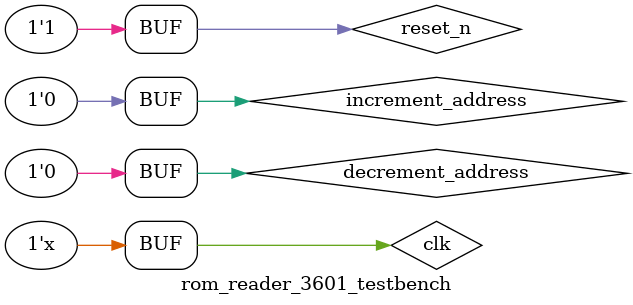
<source format=v>
`timescale 1ns / 1ps


module rom_reader_3601_testbench;

	// Inputs
	reg clk;
	reg increment_address;
	reg decrement_address;
	reg reset_n;
	reg [3:0] data_line_in;

   reg [9:0] counter;

	// Outputs
	wire [3:0] operation;
	wire [0:0] address_line;
	wire [0:0] data_line;

	// Instantiate the Unit Under Test (UUT) for testing 3601 (556PT4) chip
	rom_reader #
	(
	    .DATA_WIDTH(4),
		 .ADDRESS_WIDTH(8)
		 //.SELECTED_CHIP(`)
	)uut 
	(
		.clk(clk), 
		.increment_address(increment_address), 
		.decrement_address(decrement_address), 
		.reset_n(reset_n), 
		.data_line_in(data_line_in), 
		.operation(operation), 
		.address_line(address_line), 
		.data_line(data_line)
	);

	initial begin
		// Initialize Inputs
		clk = 0;
		increment_address = 0;
		decrement_address = 0;
		reset_n = 1;
		data_line_in = 0;

		// Wait 200 ns for pulse reset
		#200;
      reset_n = 0;
		// Add stimulus here
      #200;
		reset_n = 1;
	end
	
	always
	begin
	    #100 clk <= ~clk;
		 counter <= counter + 1;
		 if(counter == 6)
		     data_line_in <= 11;
		 if(counter == 7)
		     data_line_in <= 22;
		 if(counter == 8)
		     data_line_in <= 33;
		 if(counter == 8)
		     data_line_in <= 44;
		 if(counter == 10)
		 begin
		     counter <= 0;
			  data_line_in <= 0;
		 end
	end
      
endmodule


</source>
